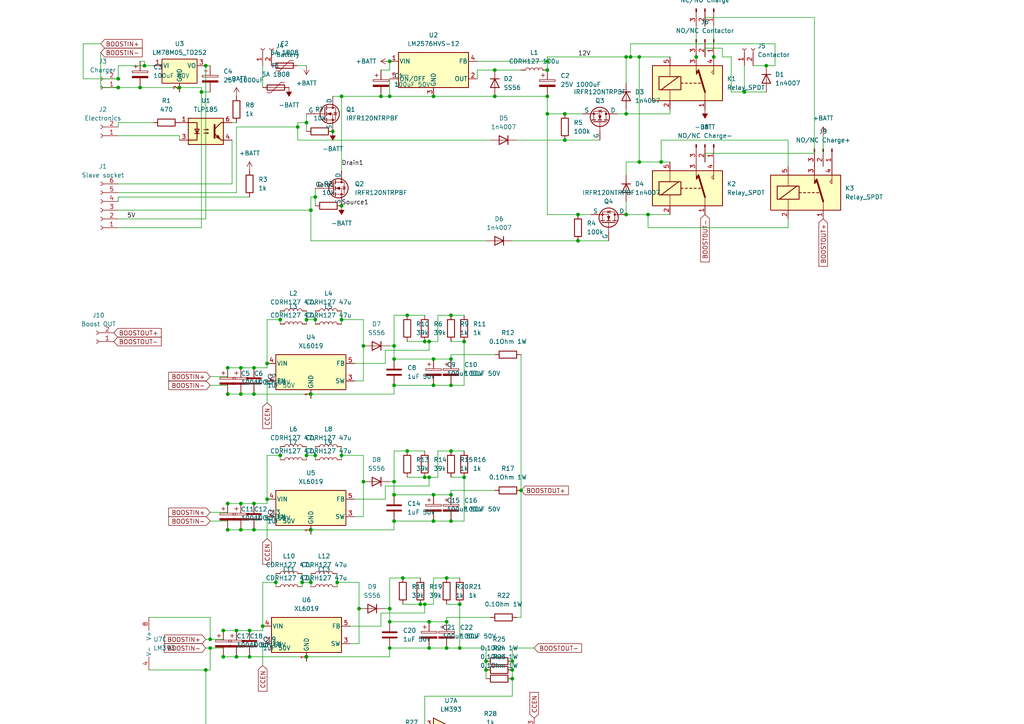
<source format=kicad_sch>
(kicad_sch (version 20230121) (generator eeschema)
  (paper "A4")
  (junction (at 90.17 114.3))
  (junction (at 90.17 60.96))
  (junction (at 104.14 176.53))
  (junction (at 99.06 59.69))
  (junction (at 90.17 168.91))
  (junction (at 113.03 176.53))
  (junction (at 64.77 190.5))
  (junction (at 129.54 187.96))
  (junction (at 158.75 27.94))
  (junction (at 66.04 106.68))
  (junction (at 130.81 111.76))
  (junction (at 81.28 92.71))
  (junction (at 114.3 104.14))
  (junction (at 125.73 27.94))
  (junction (at 59.69 19.05))
  (junction (at 130.81 104.14))
  (junction (at 69.85 114.3))
  (junction (at 72.39 182.88))
  (junction (at 123.19 175.26))
  (junction (at 88.9 190.5))
  (junction (at 59.69 194.31))
  (junction (at 201.93 16.51))
  (junction (at 69.85 153.67))
  (junction (at 66.04 114.3))
  (junction (at 88.9 132.08))
  (junction (at 66.04 146.05))
  (junction (at 125.73 151.13))
  (junction (at 80.01 168.91))
  (junction (at 113.03 187.96))
  (junction (at 60.96 185.42))
  (junction (at 181.61 16.51))
  (junction (at 125.73 111.76))
  (junction (at 69.85 106.68))
  (junction (at 77.47 105.41))
  (junction (at 163.83 40.64))
  (junction (at 118.11 130.81))
  (junction (at 130.81 130.81))
  (junction (at 58.42 26.67))
  (junction (at 181.61 33.02))
  (junction (at 215.9 26.67))
  (junction (at 114.3 143.51))
  (junction (at 73.66 106.68))
  (junction (at 91.44 132.08))
  (junction (at 87.63 168.91))
  (junction (at 68.58 190.5))
  (junction (at 222.25 19.05))
  (junction (at 73.66 146.05))
  (junction (at 69.85 146.05))
  (junction (at 116.84 167.64))
  (junction (at 113.03 180.34))
  (junction (at 207.01 16.51))
  (junction (at 113.03 27.94))
  (junction (at 129.54 167.64))
  (junction (at 113.03 17.78))
  (junction (at 123.19 138.43))
  (junction (at 158.75 33.02))
  (junction (at 133.35 187.96))
  (junction (at 68.58 182.88))
  (junction (at 163.83 33.02))
  (junction (at 91.44 57.15))
  (junction (at 143.51 27.94))
  (junction (at 34.29 25.4))
  (junction (at 134.62 99.06))
  (junction (at 140.97 194.31))
  (junction (at 121.92 175.26))
  (junction (at 125.73 143.51))
  (junction (at 99.06 132.08))
  (junction (at 96.52 38.1))
  (junction (at 187.96 62.23))
  (junction (at 114.3 100.33))
  (junction (at 91.44 92.71))
  (junction (at 182.88 16.51))
  (junction (at 123.19 215.9))
  (junction (at 52.07 25.4))
  (junction (at 158.75 17.78))
  (junction (at 151.13 142.24))
  (junction (at 143.51 20.32))
  (junction (at 72.39 190.5))
  (junction (at 64.77 182.88))
  (junction (at 81.28 132.08))
  (junction (at 133.35 175.26))
  (junction (at 88.9 92.71))
  (junction (at 73.66 153.67))
  (junction (at 76.2 181.61))
  (junction (at 167.64 69.85))
  (junction (at 105.41 100.33))
  (junction (at 123.19 99.06))
  (junction (at 60.96 187.96))
  (junction (at 114.3 111.76))
  (junction (at 73.66 114.3))
  (junction (at 140.97 191.77))
  (junction (at 118.11 91.44))
  (junction (at 97.79 168.91))
  (junction (at 167.64 62.23))
  (junction (at 148.59 194.31))
  (junction (at 129.54 180.34))
  (junction (at 130.81 91.44))
  (junction (at 114.3 151.13))
  (junction (at 105.41 139.7))
  (junction (at 123.19 223.52))
  (junction (at 86.36 36.83))
  (junction (at 77.47 144.78))
  (junction (at 158.75 20.32))
  (junction (at 88.9 35.56))
  (junction (at 41.91 19.05))
  (junction (at 130.81 151.13))
  (junction (at 185.42 46.99))
  (junction (at 134.62 138.43))
  (junction (at 191.77 46.99))
  (junction (at 66.04 153.67))
  (junction (at 181.61 62.23))
  (junction (at 99.06 27.94))
  (junction (at 124.46 187.96))
  (junction (at 124.46 99.06))
  (junction (at 34.29 22.86))
  (junction (at 185.42 16.51))
  (junction (at 110.49 27.94))
  (junction (at 90.17 153.67))
  (junction (at 148.59 191.77))
  (junction (at 124.46 138.43))
  (junction (at 114.3 139.7))
  (junction (at 99.06 92.71))
  (junction (at 40.64 25.4))
  (junction (at 130.81 143.51))
  (junction (at 125.73 104.14))
  (junction (at 148.59 196.85))
  (junction (at 124.46 180.34))
  (wire (pts (xy 151.13 102.87) (xy 151.13 142.24)))
  (wire (pts (xy 64.77 187.96) (xy 64.77 190.5)))
  (wire (pts (xy 66.04 106.68) (xy 69.85 106.68)))
  (wire (pts (xy 127 91.44) (xy 130.81 91.44)))
  (wire (pts (xy 105.41 100.33) (xy 105.41 92.71)))
  (wire (pts (xy 99.06 90.17) (xy 99.06 92.71)))
  (wire (pts (xy 91.44 92.71) (xy 91.44 93.98)))
  (wire (pts (xy 121.92 167.64) (xy 116.84 167.64)))
  (wire (pts (xy 88.9 92.71) (xy 88.9 93.98)))
  (wire (pts (xy 66.04 114.3) (xy 69.85 114.3)))
  (wire (pts (xy 34.29 53.34) (xy 67.31 53.34)))
  (wire (pts (xy 181.61 16.51) (xy 182.88 16.51)))
  (wire (pts (xy 67.31 53.34) (xy 67.31 40.64)))
  (wire (pts (xy 138.43 20.32) (xy 138.43 22.86)))
  (wire (pts (xy 127 138.43) (xy 127 130.81)))
  (wire (pts (xy 123.19 175.26) (xy 125.73 175.26)))
  (wire (pts (xy 204.47 13.97) (xy 204.47 16.51)))
  (wire (pts (xy 182.88 12.7) (xy 182.88 16.51)))
  (wire (pts (xy 163.83 33.02) (xy 158.75 33.02)))
  (wire (pts (xy 73.66 114.3) (xy 90.17 114.3)))
  (wire (pts (xy 127 130.81) (xy 130.81 130.81)))
  (wire (pts (xy 34.29 57.15) (xy 34.29 58.42)))
  (wire (pts (xy 91.44 57.15) (xy 91.44 59.69)))
  (wire (pts (xy 130.81 142.24) (xy 130.81 143.51)))
  (wire (pts (xy 215.9 26.67) (xy 222.25 26.67)))
  (wire (pts (xy 76.2 168.91) (xy 76.2 181.61)))
  (wire (pts (xy 101.6 181.61) (xy 110.49 181.61)))
  (wire (pts (xy 148.59 194.31) (xy 148.59 196.85)))
  (wire (pts (xy 114.3 111.76) (xy 125.73 111.76)))
  (wire (pts (xy 34.29 19.05) (xy 34.29 22.86)))
  (wire (pts (xy 102.87 110.49) (xy 105.41 110.49)))
  (wire (pts (xy 104.14 168.91) (xy 97.79 168.91)))
  (wire (pts (xy 60.96 185.42) (xy 64.77 185.42)))
  (wire (pts (xy 113.03 187.96) (xy 113.03 190.5)))
  (wire (pts (xy 142.24 179.07) (xy 129.54 179.07)))
  (wire (pts (xy 90.17 57.15) (xy 90.17 60.96)))
  (wire (pts (xy 68.58 190.5) (xy 72.39 190.5)))
  (wire (pts (xy 64.77 182.88) (xy 68.58 182.88)))
  (wire (pts (xy 87.63 168.91) (xy 87.63 170.18)))
  (wire (pts (xy 181.61 50.8) (xy 181.61 46.99)))
  (wire (pts (xy 76.2 25.4) (xy 76.2 19.05)))
  (wire (pts (xy 133.35 187.96) (xy 129.54 187.96)))
  (wire (pts (xy 113.03 187.96) (xy 124.46 187.96)))
  (wire (pts (xy 125.73 104.14) (xy 130.81 104.14)))
  (wire (pts (xy 228.6 66.04) (xy 187.96 66.04)))
  (wire (pts (xy 207.01 7.62) (xy 207.01 16.51)))
  (wire (pts (xy 34.29 35.56) (xy 34.29 36.83)))
  (wire (pts (xy 113.03 180.34) (xy 124.46 180.34)))
  (wire (pts (xy 77.47 132.08) (xy 77.47 144.78)))
  (wire (pts (xy 138.43 17.78) (xy 158.75 17.78)))
  (wire (pts (xy 125.73 143.51) (xy 130.81 143.51)))
  (wire (pts (xy 88.9 35.56) (xy 88.9 38.1)))
  (wire (pts (xy 114.3 151.13) (xy 114.3 153.67)))
  (wire (pts (xy 52.07 39.37) (xy 52.07 40.64)))
  (wire (pts (xy 123.19 201.93) (xy 148.59 201.93)))
  (wire (pts (xy 80.01 168.91) (xy 76.2 168.91)))
  (wire (pts (xy 59.69 194.31) (xy 60.96 194.31)))
  (wire (pts (xy 52.07 25.4) (xy 52.07 26.67)))
  (wire (pts (xy 171.45 62.23) (xy 167.64 62.23)))
  (wire (pts (xy 91.44 132.08) (xy 91.44 133.35)))
  (wire (pts (xy 40.64 17.78) (xy 41.91 17.78)))
  (wire (pts (xy 88.9 132.08) (xy 88.9 133.35)))
  (wire (pts (xy 81.28 132.08) (xy 77.47 132.08)))
  (wire (pts (xy 113.03 20.32) (xy 113.03 17.78)))
  (wire (pts (xy 114.3 100.33) (xy 114.3 104.14)))
  (wire (pts (xy 105.41 92.71) (xy 99.06 92.71)))
  (wire (pts (xy 140.97 194.31) (xy 140.97 196.85)))
  (wire (pts (xy 59.69 19.05) (xy 59.69 63.5)))
  (wire (pts (xy 151.13 142.24) (xy 151.13 179.07)))
  (wire (pts (xy 154.94 187.96) (xy 148.59 187.96)))
  (wire (pts (xy 148.59 69.85) (xy 167.64 69.85)))
  (wire (pts (xy 118.11 138.43) (xy 123.19 138.43)))
  (wire (pts (xy 212.09 16.51) (xy 209.55 16.51)))
  (wire (pts (xy 114.3 139.7) (xy 114.3 143.51)))
  (wire (pts (xy 111.76 140.97) (xy 124.46 140.97)))
  (wire (pts (xy 181.61 33.02) (xy 194.31 33.02)))
  (wire (pts (xy 66.04 148.59) (xy 66.04 146.05)))
  (wire (pts (xy 66.04 151.13) (xy 66.04 153.67)))
  (wire (pts (xy 125.73 151.13) (xy 130.81 151.13)))
  (wire (pts (xy 113.03 176.53) (xy 113.03 180.34)))
  (wire (pts (xy 124.46 99.06) (xy 127 99.06)))
  (wire (pts (xy 158.75 27.94) (xy 158.75 33.02)))
  (wire (pts (xy 66.04 153.67) (xy 69.85 153.67)))
  (wire (pts (xy 118.11 91.44) (xy 114.3 91.44)))
  (wire (pts (xy 116.84 167.64) (xy 113.03 167.64)))
  (wire (pts (xy 130.81 91.44) (xy 134.62 91.44)))
  (wire (pts (xy 194.31 16.51) (xy 185.42 16.51)))
  (wire (pts (xy 222.25 19.05) (xy 218.44 19.05)))
  (wire (pts (xy 77.47 105.41) (xy 77.47 106.68)))
  (wire (pts (xy 90.17 153.67) (xy 114.3 153.67)))
  (wire (pts (xy 143.51 20.32) (xy 138.43 20.32)))
  (wire (pts (xy 97.79 166.37) (xy 97.79 168.91)))
  (wire (pts (xy 41.91 17.78) (xy 41.91 19.05)))
  (wire (pts (xy 129.54 179.07) (xy 129.54 180.34)))
  (wire (pts (xy 80.01 168.91) (xy 80.01 170.18)))
  (wire (pts (xy 118.11 130.81) (xy 114.3 130.81)))
  (wire (pts (xy 228.6 63.5) (xy 228.6 66.04)))
  (wire (pts (xy 24.13 12.7) (xy 24.13 22.86)))
  (wire (pts (xy 105.41 132.08) (xy 99.06 132.08)))
  (wire (pts (xy 130.81 99.06) (xy 134.62 99.06)))
  (wire (pts (xy 149.86 40.64) (xy 163.83 40.64)))
  (wire (pts (xy 114.3 143.51) (xy 125.73 143.51)))
  (wire (pts (xy 97.79 168.91) (xy 97.79 170.18)))
  (wire (pts (xy 134.62 99.06) (xy 134.62 111.76)))
  (wire (pts (xy 81.28 129.54) (xy 81.28 132.08)))
  (wire (pts (xy 101.6 186.69) (xy 104.14 186.69)))
  (wire (pts (xy 43.18 179.07) (xy 60.96 179.07)))
  (wire (pts (xy 104.14 176.53) (xy 104.14 168.91)))
  (wire (pts (xy 105.41 149.86) (xy 105.41 139.7)))
  (wire (pts (xy 224.79 19.05) (xy 224.79 12.7)))
  (wire (pts (xy 60.96 194.31) (xy 60.96 187.96)))
  (wire (pts (xy 110.49 20.32) (xy 113.03 20.32)))
  (wire (pts (xy 69.85 114.3) (xy 73.66 114.3)))
  (wire (pts (xy 124.46 187.96) (xy 129.54 187.96)))
  (wire (pts (xy 59.69 223.52) (xy 59.69 194.31)))
  (wire (pts (xy 91.44 54.61) (xy 91.44 57.15)))
  (wire (pts (xy 185.42 16.51) (xy 182.88 16.51)))
  (wire (pts (xy 113.03 139.7) (xy 114.3 139.7)))
  (wire (pts (xy 87.63 166.37) (xy 87.63 168.91)))
  (wire (pts (xy 90.17 60.96) (xy 90.17 69.85)))
  (wire (pts (xy 228.6 40.64) (xy 191.77 40.64)))
  (wire (pts (xy 60.96 26.67) (xy 58.42 26.67)))
  (wire (pts (xy 60.96 151.13) (xy 66.04 151.13)))
  (wire (pts (xy 111.76 144.78) (xy 111.76 140.97)))
  (wire (pts (xy 69.85 153.67) (xy 73.66 153.67)))
  (wire (pts (xy 64.77 185.42) (xy 64.77 182.88)))
  (wire (pts (xy 88.9 92.71) (xy 91.44 92.71)))
  (wire (pts (xy 118.11 99.06) (xy 123.19 99.06)))
  (wire (pts (xy 134.62 111.76) (xy 130.81 111.76)))
  (wire (pts (xy 73.66 146.05) (xy 77.47 146.05)))
  (wire (pts (xy 34.29 25.4) (xy 40.64 25.4)))
  (wire (pts (xy 130.81 102.87) (xy 130.81 104.14)))
  (wire (pts (xy 66.04 111.76) (xy 66.04 114.3)))
  (wire (pts (xy 167.64 69.85) (xy 176.53 69.85)))
  (wire (pts (xy 143.51 27.94) (xy 158.75 27.94)))
  (wire (pts (xy 191.77 40.64) (xy 191.77 46.99)))
  (wire (pts (xy 148.59 191.77) (xy 148.59 194.31)))
  (wire (pts (xy 134.62 138.43) (xy 134.62 151.13)))
  (wire (pts (xy 123.19 99.06) (xy 124.46 99.06)))
  (wire (pts (xy 181.61 46.99) (xy 185.42 46.99)))
  (wire (pts (xy 158.75 17.78) (xy 158.75 20.32)))
  (wire (pts (xy 154.94 223.52) (xy 123.19 223.52)))
  (wire (pts (xy 102.87 149.86) (xy 105.41 149.86)))
  (wire (pts (xy 124.46 180.34) (xy 129.54 180.34)))
  (wire (pts (xy 191.77 46.99) (xy 194.31 46.99)))
  (wire (pts (xy 110.49 177.8) (xy 123.19 177.8)))
  (wire (pts (xy 125.73 167.64) (xy 129.54 167.64)))
  (wire (pts (xy 181.61 31.75) (xy 181.61 33.02)))
  (wire (pts (xy 60.96 148.59) (xy 66.04 148.59)))
  (wire (pts (xy 158.75 33.02) (xy 158.75 62.23)))
  (wire (pts (xy 44.45 19.05) (xy 41.91 19.05)))
  (wire (pts (xy 168.91 33.02) (xy 163.83 33.02)))
  (wire (pts (xy 96.52 27.94) (xy 99.06 27.94)))
  (wire (pts (xy 114.3 111.76) (xy 114.3 114.3)))
  (wire (pts (xy 90.17 69.85) (xy 140.97 69.85)))
  (wire (pts (xy 129.54 175.26) (xy 133.35 175.26)))
  (wire (pts (xy 130.81 130.81) (xy 134.62 130.81)))
  (wire (pts (xy 88.9 33.02) (xy 88.9 35.56)))
  (wire (pts (xy 104.14 186.69) (xy 104.14 176.53)))
  (wire (pts (xy 113.03 22.86) (xy 113.03 27.94)))
  (wire (pts (xy 194.31 33.02) (xy 194.31 31.75)))
  (wire (pts (xy 77.47 149.86) (xy 77.47 156.21)))
  (wire (pts (xy 90.17 166.37) (xy 90.17 168.91)))
  (wire (pts (xy 86.36 40.64) (xy 86.36 36.83)))
  (wire (pts (xy 58.42 25.4) (xy 52.07 25.4)))
  (wire (pts (xy 77.47 144.78) (xy 77.47 146.05)))
  (wire (pts (xy 204.47 46.99) (xy 204.47 44.45)))
  (wire (pts (xy 143.51 102.87) (xy 130.81 102.87)))
  (wire (pts (xy 110.49 181.61) (xy 110.49 177.8)))
  (wire (pts (xy 88.9 190.5) (xy 113.03 190.5)))
  (wire (pts (xy 124.46 101.6) (xy 124.46 99.06)))
  (wire (pts (xy 185.42 16.51) (xy 185.42 46.99)))
  (wire (pts (xy 81.28 92.71) (xy 81.28 93.98)))
  (wire (pts (xy 158.75 16.51) (xy 181.61 16.51)))
  (wire (pts (xy 90.17 57.15) (xy 91.44 57.15)))
  (wire (pts (xy 76.2 181.61) (xy 76.2 182.88)))
  (wire (pts (xy 125.73 175.26) (xy 125.73 167.64)))
  (wire (pts (xy 113.03 27.94) (xy 110.49 27.94)))
  (wire (pts (xy 73.66 153.67) (xy 90.17 153.67)))
  (wire (pts (xy 146.05 213.36) (xy 147.32 213.36)))
  (wire (pts (xy 187.96 62.23) (xy 194.31 62.23)))
  (wire (pts (xy 236.22 44.45) (xy 236.22 5.08)))
  (wire (pts (xy 34.29 60.96) (xy 90.17 60.96)))
  (wire (pts (xy 69.85 106.68) (xy 73.66 106.68)))
  (wire (pts (xy 201.93 7.62) (xy 201.93 16.51)))
  (wire (pts (xy 133.35 175.26) (xy 133.35 187.96)))
  (wire (pts (xy 209.55 16.51) (xy 209.55 13.97)))
  (wire (pts (xy 228.6 48.26) (xy 228.6 40.64)))
  (wire (pts (xy 123.19 91.44) (xy 118.11 91.44)))
  (wire (pts (xy 127 99.06) (xy 127 91.44)))
  (wire (pts (xy 148.59 196.85) (xy 148.59 201.93)))
  (wire (pts (xy 77.47 110.49) (xy 77.47 116.84)))
  (wire (pts (xy 91.44 90.17) (xy 91.44 92.71)))
  (wire (pts (xy 113.03 167.64) (xy 113.03 176.53)))
  (wire (pts (xy 123.19 177.8) (xy 123.19 175.26)))
  (wire (pts (xy 99.06 27.94) (xy 110.49 27.94)))
  (wire (pts (xy 59.69 187.96) (xy 60.96 187.96)))
  (wire (pts (xy 66.04 146.05) (xy 69.85 146.05)))
  (wire (pts (xy 91.44 129.54) (xy 91.44 132.08)))
  (wire (pts (xy 29.21 12.7) (xy 24.13 12.7)))
  (wire (pts (xy 88.9 129.54) (xy 88.9 132.08)))
  (wire (pts (xy 86.36 40.64) (xy 142.24 40.64)))
  (wire (pts (xy 236.22 5.08) (xy 204.47 5.08)))
  (wire (pts (xy 123.19 223.52) (xy 59.69 223.52)))
  (wire (pts (xy 43.18 194.31) (xy 59.69 194.31)))
  (wire (pts (xy 81.28 92.71) (xy 77.47 92.71)))
  (wire (pts (xy 88.9 90.17) (xy 88.9 92.71)))
  (wire (pts (xy 68.58 182.88) (xy 72.39 182.88)))
  (wire (pts (xy 222.25 19.05) (xy 224.79 19.05)))
  (wire (pts (xy 134.62 151.13) (xy 130.81 151.13)))
  (wire (pts (xy 29.21 15.24) (xy 29.21 25.4)))
  (wire (pts (xy 204.47 44.45) (xy 236.22 44.45)))
  (wire (pts (xy 140.97 187.96) (xy 140.97 191.77)))
  (wire (pts (xy 114.3 151.13) (xy 125.73 151.13)))
  (wire (pts (xy 60.96 111.76) (xy 66.04 111.76)))
  (wire (pts (xy 215.9 19.05) (xy 215.9 26.67)))
  (wire (pts (xy 212.09 26.67) (xy 215.9 26.67)))
  (wire (pts (xy 88.9 190.5) (xy 88.9 191.77)))
  (wire (pts (xy 163.83 40.64) (xy 173.99 40.64)))
  (wire (pts (xy 187.96 66.04) (xy 187.96 62.23)))
  (wire (pts (xy 121.92 175.26) (xy 123.19 175.26)))
  (wire (pts (xy 151.13 179.07) (xy 149.86 179.07)))
  (wire (pts (xy 111.76 105.41) (xy 111.76 101.6)))
  (wire (pts (xy 72.39 182.88) (xy 76.2 182.88)))
  (wire (pts (xy 113.03 100.33) (xy 114.3 100.33)))
  (wire (pts (xy 209.55 13.97) (xy 204.47 13.97)))
  (wire (pts (xy 114.3 104.14) (xy 125.73 104.14)))
  (wire (pts (xy 114.3 130.81) (xy 114.3 139.7)))
  (wire (pts (xy 80.01 166.37) (xy 80.01 168.91)))
  (wire (pts (xy 72.39 190.5) (xy 88.9 190.5)))
  (wire (pts (xy 148.59 187.96) (xy 148.59 191.77)))
  (wire (pts (xy 185.42 46.99) (xy 191.77 46.99)))
  (wire (pts (xy 123.19 210.82) (xy 123.19 201.93)))
  (wire (pts (xy 68.58 55.88) (xy 68.58 36.83)))
  (wire (pts (xy 60.96 187.96) (xy 64.77 187.96)))
  (wire (pts (xy 99.06 129.54) (xy 99.06 132.08)))
  (wire (pts (xy 102.87 144.78) (xy 111.76 144.78)))
  (wire (pts (xy 86.36 19.05) (xy 88.9 19.05)))
  (wire (pts (xy 88.9 132.08) (xy 91.44 132.08)))
  (wire (pts (xy 73.66 106.68) (xy 77.47 106.68)))
  (wire (pts (xy 64.77 190.5) (xy 68.58 190.5)))
  (wire (pts (xy 59.69 63.5) (xy 34.29 63.5)))
  (wire (pts (xy 154.94 218.44) (xy 154.94 223.52)))
  (wire (pts (xy 29.21 25.4) (xy 34.29 25.4)))
  (wire (pts (xy 67.31 35.56) (xy 68.58 35.56)))
  (wire (pts (xy 125.73 111.76) (xy 130.81 111.76)))
  (wire (pts (xy 124.46 140.97) (xy 124.46 138.43)))
  (wire (pts (xy 114.3 91.44) (xy 114.3 100.33)))
  (wire (pts (xy 68.58 36.83) (xy 86.36 36.83)))
  (wire (pts (xy 125.73 27.94) (xy 143.51 27.94)))
  (wire (pts (xy 86.36 36.83) (xy 86.36 35.56)))
  (wire (pts (xy 102.87 105.41) (xy 111.76 105.41)))
  (wire (pts (xy 167.64 62.23) (xy 158.75 62.23)))
  (wire (pts (xy 140.97 191.77) (xy 140.97 194.31)))
  (wire (pts (xy 86.36 35.56) (xy 88.9 35.56)))
  (wire (pts (xy 133.35 187.96) (xy 140.97 187.96)))
  (wire (pts (xy 143.51 142.24) (xy 130.81 142.24)))
  (wire (pts (xy 34.29 66.04) (xy 58.42 66.04)))
  (wire (pts (xy 99.06 92.71) (xy 99.06 93.98)))
  (wire (pts (xy 90.17 153.67) (xy 90.17 154.94)))
  (wire (pts (xy 105.41 110.49) (xy 105.41 100.33)))
  (wire (pts (xy 90.17 114.3) (xy 90.17 115.57)))
  (wire (pts (xy 24.13 22.86) (xy 34.29 22.86)))
  (wire (pts (xy 60.96 109.22) (xy 66.04 109.22)))
  (wire (pts (xy 90.17 114.3) (xy 114.3 114.3)))
  (wire (pts (xy 77.47 92.71) (xy 77.47 105.41)))
  (wire (pts (xy 105.41 139.7) (xy 105.41 132.08)))
  (wire (pts (xy 66.04 109.22) (xy 66.04 106.68)))
  (wire (pts (xy 130.81 138.43) (xy 134.62 138.43)))
  (wire (pts (xy 238.76 39.37) (xy 238.76 48.26)))
  (wire (pts (xy 41.91 19.05) (xy 34.29 19.05)))
  (wire (pts (xy 204.47 5.08) (xy 204.47 7.62)))
  (wire (pts (xy 60.96 179.07) (xy 60.96 185.42)))
  (wire (pts (xy 58.42 26.67) (xy 58.42 66.04)))
  (wire (pts (xy 123.19 138.43) (xy 124.46 138.43)))
  (wire (pts (xy 59.69 19.05) (xy 60.96 19.05)))
  (wire (pts (xy 125.73 27.94) (xy 113.03 27.94)))
  (wire (pts (xy 123.19 130.81) (xy 118.11 130.81)))
  (wire (pts (xy 81.28 132.08) (xy 81.28 133.35)))
  (wire (pts (xy 158.75 16.51) (xy 158.75 17.78)))
  (wire (pts (xy 224.79 12.7) (xy 182.88 12.7)))
  (wire (pts (xy 76.2 186.69) (xy 76.2 193.04)))
  (wire (pts (xy 87.63 168.91) (xy 90.17 168.91)))
  (wire (pts (xy 44.45 35.56) (xy 34.29 35.56)))
  (wire (pts (xy 81.28 90.17) (xy 81.28 92.71)))
  (wire (pts (xy 69.85 146.05) (xy 73.66 146.05)))
  (wire (pts (xy 179.07 33.02) (xy 181.61 33.02)))
  (wire (pts (xy 58.42 25.4) (xy 58.42 26.67)))
  (wire (pts (xy 34.29 55.88) (xy 68.58 55.88)))
  (wire (pts (xy 116.84 175.26) (xy 121.92 175.26)))
  (wire (pts (xy 40.64 25.4) (xy 52.07 25.4)))
  (wire (pts (xy 99.06 132.08) (xy 99.06 133.35)))
  (wire (pts (xy 90.17 168.91) (xy 90.17 170.18)))
  (wire (pts (xy 129.54 167.64) (xy 133.35 167.64)))
  (wire (pts (xy 181.61 16.51) (xy 181.61 24.13)))
  (wire (pts (xy 212.09 16.51) (xy 212.09 26.67)))
  (wire (pts (xy 181.61 58.42) (xy 181.61 62.23)))
  (wire (pts (xy 124.46 138.43) (xy 127 138.43)))
  (wire (pts (xy 34.29 39.37) (xy 52.07 39.37)))
  (wire (pts (xy 143.51 20.32) (xy 151.13 20.32)))
  (wire (pts (xy 181.61 62.23) (xy 187.96 62.23)))
  (wire (pts (xy 113.03 17.78) (xy 114.3 17.78)))
  (wire (pts (xy 34.29 57.15) (xy 72.39 57.15)))
  (wire (pts (xy 99.06 49.53) (xy 99.06 27.94)))
  (wire (pts (xy 111.76 101.6) (xy 124.46 101.6)))
  (wire (pts (xy 111.76 176.53) (xy 113.03 176.53)))
  (wire (pts (xy 59.69 185.42) (xy 60.96 185.42)))
  (label "Drain1" (at 99.06 48.26 0))
  (label "5V" (at 36.83 63.5 0))
  (label "Gate1" (at 91.44 54.61 0))
  (label "12V" (at 167.64 16.51 0))
  (label "Source1" (at 99.06 59.69 0))
  (label "5V" (at 115.57 215.9 0))
  (global_label "CCEN" (shape input) (at 77.47 116.84 270) (property "Intersheetrefs" "${INTERSHEET_REFS}" (effects hide)))
  (global_label "BOOSTIN-" (shape input) (at 29.21 15.24 0) (property "Intersheetrefs" "${INTERSHEET_REFS}" (effects hide)))
  (global_label "BOOSTIN+" (shape input) (at 60.96 109.22 180) (property "Intersheetrefs" "${INTERSHEET_REFS}" (effects hide)))
  (global_label "CCEN" (shape input) (at 76.2 193.04 270) (property "Intersheetrefs" "${INTERSHEET_REFS}" (effects hide)))
  (global_label "BOOSTOUT+" (shape input) (at 151.13 142.24 0) (property "Intersheetrefs" "${INTERSHEET_REFS}" (effects hide)))
  (global_label "BOOSTOUT+" (shape input) (at 33.02 96.52 0) (property "Intersheetrefs" "${INTERSHEET_REFS}" (effects hide)))
  (global_label "BOOSTIN-" (shape input) (at 59.69 187.96 180) (property "Intersheetrefs" "${INTERSHEET_REFS}" (effects hide)))
  (global_label "BOOSTIN+" (shape input) (at 59.69 185.42 180) (property "Intersheetrefs" "${INTERSHEET_REFS}" (effects hide)))
  (global_label "BOOSTOUT-" (shape input) (at 204.47 62.23 270) (property "Intersheetrefs" "${INTERSHEET_REFS}" (effects hide)))
  (global_label "CCEN" (shape input) (at 77.47 156.21 270) (property "Intersheetrefs" "${INTERSHEET_REFS}" (effects hide)))
  (global_label "BOOSTIN-" (shape input) (at 60.96 111.76 180) (property "Intersheetrefs" "${INTERSHEET_REFS}" (effects hide)))
  (global_label "BOOSTIN+" (shape input) (at 29.21 12.7 0) (property "Intersheetrefs" "${INTERSHEET_REFS}" (effects hide)))
  (global_label "BOOSTOUT-" (shape input) (at 154.94 187.96 0) (property "Intersheetrefs" "${INTERSHEET_REFS}" (effects hide)))
  (global_label "CCEN" (shape input) (at 154.94 208.28 90) (property "Intersheetrefs" "${INTERSHEET_REFS}" (effects hide)))
  (global_label "BOOSTIN-" (shape input) (at 60.96 151.13 180) (property "Intersheetrefs" "${INTERSHEET_REFS}" (effects hide)))
  (global_label "BOOSTOUT-" (shape input) (at 33.02 99.06 0) (property "Intersheetrefs" "${INTERSHEET_REFS}" (effects hide)))
  (global_label "BOOSTIN+" (shape input) (at 60.96 148.59 180) (property "Intersheetrefs" "${INTERSHEET_REFS}" (effects hide)))
  (global_label "BOOSTOUT+" (shape input) (at 238.76 63.5 270) (property "Intersheetrefs" "${INTERSHEET_REFS}" (effects hide)))
  (symbol (lib_id "Device:R") (at 144.78 191.77 90) (unit 1)
    (property "Reference" "R25" (at 144.78 185.42 90))
    (property "Value" "0.1Ohm 1W" (at 144.78 187.96 90))
    (property "Footprint" "Resistor_SMD:R_2512_6332Metric_Pad1.40x3.35mm_HandSolder" (effects hide))
  )
  (symbol (lib_id "power:+BATT") (at 113.03 17.78 90) (unit 1)
    (property "Reference" "#PWR03" (effects hide))
    (property "Value" "+BATT" (at 109.22 17.78 90) (effects (justify left)))
  )
  (symbol (lib_id "Device:R") (at 134.62 134.62 0) (unit 1)
    (property "Reference" "R16" (at 137.16 133.35 0) (effects (justify left)))
    (property "Value" "1k" (at 137.16 135.89 0) (effects (justify left)))
    (property "Footprint" "Resistor_SMD:R_0805_2012Metric_Pad1.20x1.40mm_HandSolder" (effects hide))
  )
  (symbol (lib_id "Simulation_SPICE:NMOS") (at 176.53 64.77 270) (mirror x) (unit 1)
    (property "Reference" "Q4" (at 176.53 58.42 90))
    (property "Value" "IRFR120NTRPBF" (at 176.53 55.88 90))
    (property "Footprint" "Package_TO_SOT_SMD:TO-252-2" (effects hide))
    (property "Datasheet" "https://ngspice.sourceforge.io/docs/ngspice-manual.pdf" (effects hide))
    (property "Sim.Device" "NMOS" (effects hide))
    (property "Sim.Type" "VDMOS" (effects hide))
    (property "Sim.Pins" "1=D 2=G 3=S" (effects hide))
  )
  (symbol (lib_id "Device:D") (at 181.61 27.94 270) (unit 1)
    (property "Reference" "D3" (at 184.15 26.67 90) (effects (justify left)))
    (property "Value" "1n4007" (at 184.15 29.21 90) (effects (justify left)))
    (property "Footprint" "Diode_SMD:D_SMA" (effects hide))
    (property "Sim.Device" "D" (effects hide))
    (property "Sim.Pins" "1=K 2=A" (effects hide))
  )
  (symbol (lib_id "Device:C_Polarized") (at 130.81 147.32 0) (unit 1)
    (property "Reference" "C16" (at 134.62 145.161 0) (effects (justify left)))
    (property "Value" "100uF 50V" (at 134.62 147.701 0) (effects (justify left)))
    (property "Footprint" "Capacitor_SMD:CP_Elec_8x10.5" (effects hide))
  )
  (symbol (lib_id "Device:C_Polarized") (at 130.81 107.95 0) (unit 1)
    (property "Reference" "C10" (at 134.62 105.791 0) (effects (justify left)))
    (property "Value" "100uF 50V" (at 134.62 108.331 0) (effects (justify left)))
    (property "Footprint" "Capacitor_SMD:CP_Elec_8x10.5" (effects hide))
  )
  (symbol (lib_id "Device:R") (at 146.05 179.07 90) (unit 1)
    (property "Reference" "R22" (at 146.05 172.72 90))
    (property "Value" "0.1Ohm 1W" (at 146.05 175.26 90))
    (property "Footprint" "Resistor_SMD:R_2512_6332Metric_Pad1.40x3.35mm_HandSolder" (effects hide))
  )
  (symbol (lib_id "power:+BATT") (at 238.76 39.37 0) (unit 1)
    (property "Reference" "#PWR06" (effects hide))
    (property "Value" "+BATT" (at 238.76 34.29 0))
  )
  (symbol (lib_id "Device:C_Polarized") (at 66.04 110.49 0) (unit 1)
    (property "Reference" "C5" (at 69.85 108.331 0) (effects (justify left)))
    (property "Value" "100uF 50V" (at 69.85 110.871 0) (effects (justify left)))
    (property "Footprint" "Capacitor_SMD:CP_Elec_8x10.5" (effects hide))
  )
  (symbol (lib_id "Relay:Relay_SPDT") (at 199.39 24.13 0) (unit 1)
    (property "Reference" "K1" (at 210.82 22.86 0) (effects (justify left)))
    (property "Value" "Relay_SPDT" (at 210.82 25.4 0) (effects (justify left)))
    (property "Footprint" "Relay_THT:Relay_SPDT_Omron-G5LE-1" (effects hide))
  )
  (symbol (lib_id "Device:R") (at 133.35 171.45 0) (unit 1)
    (property "Reference" "R21" (at 135.89 170.18 0) (effects (justify left)))
    (property "Value" "1k" (at 135.89 172.72 0) (effects (justify left)))
    (property "Footprint" "Resistor_SMD:R_0805_2012Metric_Pad1.20x1.40mm_HandSolder" (effects hide))
  )
  (symbol (lib_id "Device:L") (at 85.09 129.54 90) (unit 1)
    (property "Reference" "L6" (at 85.09 124.46 90))
    (property "Value" "CDRH127 47u" (at 85.09 127 90))
    (property "Footprint" "Inductor_SMD:L_12x12mm_H8mm" (effects hide))
  )
  (symbol (lib_id "Relay:Relay_SPDT") (at 233.68 55.88 0) (unit 1)
    (property "Reference" "K3" (at 245.11 54.61 0) (effects (justify left)))
    (property "Value" "Relay_SPDT" (at 245.11 57.15 0) (effects (justify left)))
    (property "Footprint" "Relay_THT:Relay_SPDT_Omron-G5LE-1" (effects hide))
  )
  (symbol (lib_id "Device:Polyfuse") (at 82.55 19.05 90) (unit 1)
    (property "Reference" "F2" (at 82.55 12.7 90))
    (property "Value" "5A 1808" (at 82.55 15.24 90))
    (property "Footprint" "Resistor_SMD:R_1812_4532Metric_Pad1.30x3.40mm_HandSolder" (effects hide))
  )
  (symbol (lib_id "Device:L") (at 83.82 170.18 90) (unit 1)
    (property "Reference" "L11" (at 83.82 165.1 90))
    (property "Value" "CDRH127 47u" (at 83.82 167.64 90))
    (property "Footprint" "Inductor_SMD:L_12x12mm_H8mm" (effects hide))
  )
  (symbol (lib_id "Comparator:LM393") (at 130.81 213.36 0) (unit 1)
    (property "Reference" "U7" (at 130.81 203.2 0))
    (property "Value" "LM393" (at 130.81 205.74 0))
    (property "Footprint" "Package_SO:SOIC-8-1EP_3.9x4.9mm_P1.27mm_EP2.29x3mm" (effects hide))
    (property "Datasheet" "http://www.ti.com/lit/ds/symlink/lm393.pdf" (effects hide))
  )
  (symbol (lib_id "Device:R") (at 167.64 66.04 0) (unit 1)
    (property "Reference" "R4" (at 170.18 64.77 0) (effects (justify left)))
    (property "Value" "100k" (at 170.18 67.31 0) (effects (justify left)))
    (property "Footprint" "Resistor_SMD:R_0805_2012Metric_Pad1.20x1.40mm_HandSolder" (effects hide))
  )
  (symbol (lib_id "Device:R") (at 144.78 196.85 90) (unit 1)
    (property "Reference" "R23" (at 144.78 190.5 90))
    (property "Value" "0.1Ohm 1W" (at 144.78 193.04 90))
    (property "Footprint" "Resistor_SMD:R_2512_6332Metric_Pad1.40x3.35mm_HandSolder" (effects hide))
  )
  (symbol (lib_id "Connector:Conn_01x02_Socket") (at 29.21 25.4 180) (unit 1)
    (property "Reference" "J3" (at 29.845 17.78 0))
    (property "Value" "Charger" (at 29.845 20.32 0))
    (property "Footprint" "Connector_Phoenix_MC_HighVoltage:PhoenixContact_MCV_1,5_2-G-5.08_1x02_P5.08mm_Vertical" (effects hide))
  )
  (symbol (lib_id "Device:R") (at 130.81 95.25 0) (unit 1)
    (property "Reference" "R9" (at 133.35 93.98 0) (effects (justify left)))
    (property "Value" "1k" (at 133.35 96.52 0) (effects (justify left)))
    (property "Footprint" "Resistor_SMD:R_0805_2012Metric_Pad1.20x1.40mm_HandSolder" (effects hide))
  )
  (symbol (lib_id "Device:C") (at 73.66 149.86 0) (unit 1)
    (property "Reference" "C13" (at 77.47 148.59 0) (effects (justify left)))
    (property "Value" "1uF 50V" (at 77.47 151.13 0) (effects (justify left)))
    (property "Footprint" "Capacitor_SMD:C_0805_2012Metric_Pad1.18x1.45mm_HandSolder" (effects hide))
  )
  (symbol (lib_id "Device:D") (at 109.22 100.33 180) (unit 1)
    (property "Reference" "D7" (at 109.22 93.98 0))
    (property "Value" "SS56" (at 109.22 96.52 0))
    (property "Footprint" "Diode_SMD:D_SMC" (effects hide))
    (property "Sim.Device" "D" (effects hide))
    (property "Sim.Pins" "1=K 2=A" (effects hide))
  )
  (symbol (lib_id "power:-BATT") (at 96.52 38.1 180) (unit 1)
    (property "Reference" "#PWR04" (effects hide))
    (property "Value" "-BATT" (at 96.52 43.18 0))
  )
  (symbol (lib_id "power:+BATT") (at 88.9 19.05 180) (unit 1)
    (property "Reference" "#PWR01" (effects hide))
    (property "Value" "+BATT" (at 88.9 24.13 0))
  )
  (symbol (lib_id "Simulation_SPICE:NMOS") (at 93.98 33.02 0) (unit 1)
    (property "Reference" "Q1" (at 100.33 31.75 0) (effects (justify left)))
    (property "Value" "IRFR120NTRPBF" (at 100.33 34.29 0) (effects (justify left)))
    (property "Footprint" "Package_TO_SOT_SMD:TO-252-2" (effects hide))
    (property "Datasheet" "https://ngspice.sourceforge.io/docs/ngspice-manual.pdf" (effects hide))
    (property "Sim.Device" "NMOS" (effects hide))
    (property "Sim.Type" "VDMOS" (effects hide))
    (property "Sim.Pins" "1=D 2=G 3=S" (effects hide))
  )
  (symbol (lib_id "Device:C") (at 73.66 110.49 0) (unit 1)
    (property "Reference" "C7" (at 77.47 109.22 0) (effects (justify left)))
    (property "Value" "1uF 50V" (at 77.47 111.76 0) (effects (justify left)))
    (property "Footprint" "Capacitor_SMD:C_0805_2012Metric_Pad1.18x1.45mm_HandSolder" (effects hide))
  )
  (symbol (lib_id "Connector:Conn_01x02_Socket") (at 76.2 13.97 90) (unit 1)
    (property "Reference" "J4" (at 80.01 13.335 90) (effects (justify right)))
    (property "Value" "Battery" (at 80.01 15.875 90) (effects (justify right)))
    (property "Footprint" "Connector_Phoenix_MC_HighVoltage:PhoenixContact_MCV_1,5_2-G-5.08_1x02_P5.08mm_Vertical" (effects hide))
  )
  (symbol (lib_id "Device:R") (at 116.84 171.45 0) (unit 1)
    (property "Reference" "R18" (at 119.38 170.18 0) (effects (justify left)))
    (property "Value" "39k" (at 119.38 172.72 0) (effects (justify left)))
    (property "Footprint" "Resistor_SMD:R_0805_2012Metric_Pad1.20x1.40mm_HandSolder" (effects hide))
  )
  (symbol (lib_id "Device:R") (at 144.78 194.31 90) (unit 1)
    (property "Reference" "R24" (at 144.78 187.96 90))
    (property "Value" "0.1Ohm 1W" (at 144.78 190.5 90))
    (property "Footprint" "Resistor_SMD:R_2512_6332Metric_Pad1.40x3.35mm_HandSolder" (effects hide))
  )
  (symbol (lib_id "Device:C_Polarized") (at 125.73 107.95 0) (unit 1)
    (property "Reference" "C9" (at 129.54 105.791 0) (effects (justify left)))
    (property "Value" "100uF 50V" (at 129.54 108.331 0) (effects (justify left)))
    (property "Footprint" "Capacitor_SMD:CP_Elec_8x10.5" (effects hide))
  )
  (symbol (lib_id "Device:C_Polarized") (at 125.73 147.32 0) (unit 1)
    (property "Reference" "C15" (at 129.54 145.161 0) (effects (justify left)))
    (property "Value" "100uF 50V" (at 129.54 147.701 0) (effects (justify left)))
    (property "Footprint" "Capacitor_SMD:CP_Elec_8x10.5" (effects hide))
  )
  (symbol (lib_id "Device:C_Polarized") (at 110.49 24.13 0) (unit 1)
    (property "Reference" "C1" (at 114.3 21.971 0) (effects (justify left)))
    (property "Value" "100uF 50V" (at 114.3 24.511 0) (effects (justify left)))
    (property "Footprint" "Capacitor_SMD:CP_Elec_8x10.5" (effects hide))
  )
  (symbol (lib_id "Device:R") (at 129.54 171.45 0) (unit 1)
    (property "Reference" "R20" (at 132.08 170.18 0) (effects (justify left)))
    (property "Value" "1k" (at 132.08 172.72 0) (effects (justify left)))
    (property "Footprint" "Resistor_SMD:R_0805_2012Metric_Pad1.20x1.40mm_HandSolder" (effects hide))
  )
  (symbol (lib_id "Device:L") (at 85.09 93.98 90) (unit 1)
    (property "Reference" "L3" (at 85.09 88.9 90))
    (property "Value" "CDRH127 47u" (at 85.09 91.44 90))
    (property "Footprint" "Inductor_SMD:L_12x12mm_H8mm" (effects hide))
  )
  (symbol (lib_id "Device:C_Polarized") (at 60.96 22.86 0) (unit 1)
    (property "Reference" "C4" (at 64.77 20.701 0) (effects (justify left)))
    (property "Value" "25V 1000uF" (at 64.77 23.241 0) (effects (justify left)))
    (property "Footprint" "25V 1000uF:CAP_EEEFK1E102AQ" (effects hide))
  )
  (symbol (lib_id "Device:D") (at 222.25 22.86 270) (unit 1)
    (property "Reference" "D1" (at 224.79 21.59 90) (effects (justify left)))
    (property "Value" "1n4007" (at 224.79 24.13 90) (effects (justify left)))
    (property "Footprint" "Diode_SMD:D_SMA" (effects hide))
    (property "Sim.Device" "D" (effects hide))
    (property "Sim.Pins" "1=K 2=A" (effects hide))
  )
  (symbol (lib_id "Device:R") (at 121.92 171.45 0) (unit 1)
    (property "Reference" "R19" (at 124.46 170.18 0) (effects (justify left)))
    (property "Value" "39k" (at 124.46 172.72 0) (effects (justify left)))
    (property "Footprint" "Resistor_SMD:R_0805_2012Metric_Pad1.20x1.40mm_HandSolder" (effects hide))
  )
  (symbol (lib_id "Device:L") (at 85.09 90.17 90) (unit 1)
    (property "Reference" "L2" (at 85.09 85.09 90))
    (property "Value" "CDRH127 47u" (at 85.09 87.63 90))
    (property "Footprint" "Inductor_SMD:L_12x12mm_H8mm" (effects hide))
  )
  (symbol (lib_id "Connector:Conn_01x06_Socket") (at 29.21 60.96 180) (unit 1)
    (property "Reference" "J1" (at 29.845 48.26 0))
    (property "Value" "Slave socket" (at 29.845 50.8 0))
    (property "Footprint" "Connector_JST:JST_XH_B6B-XH-A_1x06_P2.50mm_Vertical" (effects hide))
  )
  (symbol (lib_id "Device:R") (at 163.83 36.83 0) (unit 1)
    (property "Reference" "R5" (at 166.37 35.56 0) (effects (justify left)))
    (property "Value" "100k" (at 166.37 38.1 0) (effects (justify left)))
    (property "Footprint" "Resistor_SMD:R_0805_2012Metric_Pad1.20x1.40mm_HandSolder" (effects hide))
  )
  (symbol (lib_id "Connector:Conn_01x02_Socket") (at 215.9 13.97 90) (unit 1)
    (property "Reference" "J5" (at 219.71 13.335 90) (effects (justify right)))
    (property "Value" "Contactor" (at 219.71 15.875 90) (effects (justify right)))
    (property "Footprint" "Connector_Phoenix_MC_HighVoltage:PhoenixContact_MCV_1,5_2-G-5.08_1x02_P5.08mm_Vertical" (effects hide))
  )
  (symbol (lib_id "power:+BATT") (at 72.39 49.53 0) (unit 1)
    (property "Reference" "#PWR010" (effects hide))
    (property "Value" "+BATT" (at 72.39 44.45 0))
  )
  (symbol (lib_id "Device:C_Polarized") (at 66.04 149.86 0) (unit 1)
    (property "Reference" "C11" (at 69.85 147.701 0) (effects (justify left)))
    (property "Value" "100uF 50V" (at 69.85 150.241 0) (effects (justify left)))
    (property "Footprint" "Capacitor_SMD:CP_Elec_8x10.5" (effects hide))
  )
  (symbol (lib_id "Device:C_Polarized") (at 68.58 186.69 0) (unit 1)
    (property "Reference" "C18" (at 72.39 184.531 0) (effects (justify left)))
    (property "Value" "100uF 50V" (at 72.39 187.071 0) (effects (justify left)))
    (property "Footprint" "Capacitor_SMD:CP_Elec_8x10.5" (effects hide))
  )
  (symbol (lib_id "Device:C_Polarized") (at 69.85 110.49 0) (unit 1)
    (property "Reference" "C6" (at 73.66 108.331 0) (effects (justify left)))
    (property "Value" "100uF 50V" (at 73.66 110.871 0) (effects (justify left)))
    (property "Footprint" "Capacitor_SMD:CP_Elec_8x10.5" (effects hide))
  )
  (symbol (lib_id "Device:C_Polarized") (at 69.85 149.86 0) (unit 1)
    (property "Reference" "C12" (at 73.66 147.701 0) (effects (justify left)))
    (property "Value" "100uF 50V" (at 73.66 150.241 0) (effects (justify left)))
    (property "Footprint" "Capacitor_SMD:CP_Elec_8x10.5" (effects hide))
  )
  (symbol (lib_id "Device:R") (at 134.62 95.25 0) (unit 1)
    (property "Reference" "R11" (at 137.16 93.98 0) (effects (justify left)))
    (property "Value" "1k" (at 137.16 96.52 0) (effects (justify left)))
    (property "Footprint" "Resistor_SMD:R_0805_2012Metric_Pad1.20x1.40mm_HandSolder" (effects hide))
  )
  (symbol (lib_name "LM2576HVS-12_1") (lib_id "Regulator_Switching:LM2576HVS-12") (at 88.9 184.15 0) (unit 1)
    (property "Reference" "U6" (at 88.9 173.99 0))
    (property "Value" "XL6019" (at 88.9 176.53 0))
    (property "Footprint" "Package_TO_SOT_SMD:TO-263-5_TabPin3" (effects hide))
    (property "Datasheet" "http://www.kosmodrom.com.ua/pdf/XL6019E1.pdf" (effects hide))
  )
  (symbol (lib_name "LM2576HVS-12_1") (lib_id "Regulator_Switching:LM2576HVS-12") (at 90.17 107.95 0) (unit 1)
    (property "Reference" "U4" (at 90.17 97.79 0))
    (property "Value" "XL6019" (at 90.17 100.33 0))
    (property "Footprint" "Package_TO_SOT_SMD:TO-263-5_TabPin3" (effects hide))
    (property "Datasheet" "http://www.kosmodrom.com.ua/pdf/XL6019E1.pdf" (effects hide))
  )
  (symbol (lib_id "Connector:Conn_01x03_Pin") (at 238.76 43.18 270) (unit 1)
    (property "Reference" "J9" (at 238.76 38.1 90))
    (property "Value" "NO/NC Charge+" (at 238.76 40.64 90))
    (property "Footprint" "Connector_PinHeader_1.00mm:PinHeader_1x03_P1.00mm_Vertical" (effects hide))
  )
  (symbol (lib_id "Device:L") (at 93.98 166.37 90) (unit 1)
    (property "Reference" "L12" (at 93.98 161.29 90))
    (property "Value" "CDRH127 47u" (at 93.98 163.83 90))
    (property "Footprint" "Inductor_SMD:L_12x12mm_H8mm" (effects hide))
  )
  (symbol (lib_id "Device:D") (at 144.78 69.85 180) (unit 1)
    (property "Reference" "D6" (at 144.78 63.5 0))
    (property "Value" "1n4007" (at 144.78 66.04 0))
    (property "Footprint" "Diode_SMD:D_SMA" (effects hide))
    (property "Sim.Device" "D" (effects hide))
    (property "Sim.Pins" "1=K 2=A" (effects hide))
  )
  (symbol (lib_id "Connector:Conn_01x03_Pin") (at 204.47 2.54 270) (unit 1)
    (property "Reference" "J7" (at 204.47 -2.54 90))
    (property "Value" "NC/NO Charge" (at 204.47 0 90))
    (property "Footprint" "Connector_PinHeader_1.00mm:PinHeader_1x03_P1.00mm_Vertical" (effects hide))
  )
  (symbol (lib_id "Device:L") (at 95.25 90.17 90) (unit 1)
    (property "Reference" "L4" (at 95.25 85.09 90))
    (property "Value" "CDRH127 47u" (at 95.25 87.63 90))
    (property "Footprint" "Inductor_SMD:L_12x12mm_H8mm" (effects hide))
  )
  (symbol (lib_id "Device:D") (at 107.95 176.53 180) (unit 1)
    (property "Reference" "D9" (at 107.95 170.18 0))
    (property "Value" "SS56" (at 107.95 172.72 0))
    (property "Footprint" "Diode_SMD:D_SMC" (effects hide))
    (property "Sim.Device" "D" (effects hide))
    (property "Sim.Pins" "1=K 2=A" (effects hide))
  )
  (symbol (lib_id "Device:R") (at 123.19 219.71 0) (unit 1)
    (property "Reference" "R26" (at 125.73 218.44 0) (effects (justify left)))
    (property "Value" "1k" (at 125.73 220.98 0) (effects (justify left)))
    (property "Footprint" "Resistor_SMD:R_0805_2012Metric_Pad1.20x1.40mm_HandSolder" (effects hide))
  )
  (symbol (lib_id "Regulator_Switching:LM2576HVS-12") (at 125.73 20.32 0) (unit 1)
    (property "Reference" "U2" (at 125.73 10.16 0))
    (property "Value" "LM2576HVS-12" (at 125.73 12.7 0))
    (property "Footprint" "Package_TO_SOT_SMD:TO-263-5_TabPin3" (effects hide))
    (property "Datasheet" "http://www.ti.com/lit/ds/symlink/lm2576.pdf" (effects hide))
  )
  (symbol (lib_id "Device:C_Polarized") (at 40.64 21.59 0) (unit 1)
    (property "Reference" "C3" (at 44.45 19.431 0) (effects (justify left)))
    (property "Value" "100uF 50V" (at 44.45 21.971 0) (effects (justify left)))
    (property "Footprint" "Capacitor_SMD:CP_Elec_8x10.5" (effects hide))
  )
  (symbol (lib_id "power:-BATT") (at 99.06 59.69 180) (unit 1)
    (property "Reference" "#PWR09" (effects hide))
    (property "Value" "-BATT" (at 99.06 64.77 0))
  )
  (symbol (lib_id "Isolator:TLP185") (at 59.69 38.1 0) (unit 1)
    (property "Reference" "U1" (at 59.69 29.21 0))
    (property "Value" "TLP185" (at 59.69 31.75 0))
    (property "Footprint" "Package_SO:SOIC-4_4.55x3.7mm_P2.54mm" (effects hide))
    (property "Datasheet" "https://toshiba.semicon-storage.com/info/docget.jsp?did=11791&prodName=TLP185" (effects hide))
  )
  (symbol (lib_name "LM2576HVS-12_1") (lib_id "Regulator_Switching:LM2576HVS-12") (at 90.17 147.32 0) (unit 1)
    (property "Reference" "U5" (at 90.17 137.16 0))
    (property "Value" "XL6019" (at 90.17 139.7 0))
    (property "Footprint" "Package_TO_SOT_SMD:TO-263-5_TabPin3" (effects hide))
    (property "Datasheet" "http://www.kosmodrom.com.ua/pdf/XL6019E1.pdf" (effects hide))
  )
  (symbol (lib_id "Device:R") (at 48.26 35.56 270) (unit 1)
    (property "Reference" "R1" (at 48.26 29.21 90))
    (property "Value" "470" (at 48.26 31.75 90))
    (property "Footprint" "Resistor_SMD:R_0805_2012Metric_Pad1.20x1.40mm_HandSolder" (effects hide))
  )
  (symbol (lib_id "Transistor_BJT:MMBT5551L") (at 152.4 213.36 0) (unit 1)
    (property "Reference" "Q5" (at 157.48 212.09 0) (effects (justify left)))
    (property "Value" "MMBT5551L" (at 157.48 214.63 0) (effects (justify left)))
    (property "Footprint" "Package_TO_SOT_SMD:SOT-23" (effects hide))
    (property "Datasheet" "www.onsemi.com/pub/Collateral/MMBT5550LT1-D.PDF" (effects hide))
  )
  (symbol (lib_id "Connector:Conn_01x02_Socket") (at 27.94 99.06 180) (unit 1)
    (property "Reference" "J10" (at 28.575 91.44 0))
    (property "Value" "Boost OUT" (at 28.575 93.98 0))
    (property "Footprint" "Connector_Phoenix_MC_HighVoltage:PhoenixContact_MCV_1,5_2-G-5.08_1x02_P5.08mm_Vertical" (effects hide))
  )
  (symbol (lib_id "Regulator_Linear:LM78M05_TO252") (at 52.07 19.05 0) (unit 1)
    (property "Reference" "U3" (at 52.07 12.7 0))
    (property "Value" "LM78M05_TO252" (at 52.07 15.24 0))
    (property "Footprint" "Package_TO_SOT_SMD:TO-252-2" (effects hide))
    (property "Datasheet" "https://www.onsemi.com/pub/Collateral/MC78M00-D.PDF" (effects hide))
  )
  (symbol (lib_id "Device:R") (at 130.81 134.62 0) (unit 1)
    (property "Reference" "R15" (at 133.35 133.35 0) (effects (justify left)))
    (property "Value" "1k" (at 133.35 135.89 0) (effects (justify left)))
    (property "Footprint" "Resistor_SMD:R_0805_2012Metric_Pad1.20x1.40mm_HandSolder" (effects hide))
  )
  (symbol (lib_id "Device:L") (at 95.25 133.35 90) (unit 1)
    (property "Reference" "L9" (at 95.25 128.27 90))
    (property "Value" "CDRH127 47u" (at 95.25 130.81 90))
    (property "Footprint" "Inductor_SMD:L_12x12mm_H8mm" (effects hide))
  )
  (symbol (lib_id "Device:L") (at 85.09 133.35 90) (unit 1)
    (property "Reference" "L7" (at 85.09 128.27 90))
    (property "Value" "CDRH127 47u" (at 85.09 130.81 90))
    (property "Footprint" "Inductor_SMD:L_12x12mm_H8mm" (effects hide))
  )
  (symbol (lib_id "Device:R") (at 123.19 134.62 0) (unit 1)
    (property "Reference" "R14" (at 125.73 133.35 0) (effects (justify left)))
    (property "Value" "39k" (at 125.73 135.89 0) (effects (justify left)))
    (property "Footprint" "Resistor_SMD:R_0805_2012Metric_Pad1.20x1.40mm_HandSolder" (effects hide))
  )
  (symbol (lib_id "Device:L") (at 154.94 20.32 90) (unit 1)
    (property "Reference" "L1" (at 154.94 15.24 90))
    (property "Value" "CDRH127 100u" (at 154.94 17.78 90))
    (property "Footprint" "Inductor_SMD:L_12x12mm_H8mm" (effects hide))
  )
  (symbol (lib_id "Device:C") (at 113.03 184.15 0) (unit 1)
    (property "Reference" "C20" (at 116.84 182.88 0) (effects (justify left)))
    (property "Value" "1uF 50V" (at 116.84 185.42 0) (effects (justify left)))
    (property "Footprint" "Capacitor_SMD:C_0805_2012Metric_Pad1.18x1.45mm_HandSolder" (effects hide))
  )
  (symbol (lib_id "Device:D") (at 181.61 54.61 270) (unit 1)
    (property "Reference" "D4" (at 184.15 53.34 90) (effects (justify left)))
    (property "Value" "1n4007" (at 184.15 55.88 90) (effects (justify left)))
    (property "Footprint" "Diode_SMD:D_SMA" (effects hide))
    (property "Sim.Device" "D" (effects hide))
    (property "Sim.Pins" "1=K 2=A" (effects hide))
  )
  (symbol (lib_id "Device:R") (at 92.71 38.1 270) (unit 1)
    (property "Reference" "R7" (at 92.71 31.75 90))
    (property "Value" "10k" (at 92.71 34.29 90))
    (property "Footprint" "Resistor_SMD:R_0805_2012Metric_Pad1.20x1.40mm_HandSolder" (effects hide))
  )
  (symbol (lib_id "Relay:Relay_SPDT") (at 199.39 54.61 0) (unit 1)
    (property "Reference" "K2" (at 210.82 53.34 0) (effects (justify left)))
    (property "Value" "Relay_SPDT" (at 210.82 55.88 0) (effects (justify left)))
    (property "Footprint" "Relay_THT:Relay_SPDT_Omron-G5LE-1" (effects hide))
  )
  (symbol (lib_id "Device:R") (at 95.25 59.69 270) (unit 1)
    (property "Reference" "R2" (at 95.25 53.34 90))
    (property "Value" "10k" (at 95.25 55.88 90))
    (property "Footprint" "Resistor_SMD:R_0805_2012Metric_Pad1.20x1.40mm_HandSolder" (effects hide))
  )
  (symbol (lib_id "Simulation_SPICE:NMOS") (at 173.99 35.56 270) (mirror x) (unit 1)
    (property "Reference" "Q3" (at 173.99 29.21 90))
    (property "Value" "IRFR120NTRPBF" (at 173.99 26.67 90))
    (property "Footprint" "Package_TO_SOT_SMD:TO-252-2" (effects hide))
    (property "Datasheet" "https://ngspice.sourceforge.io/docs/ngspice-manual.pdf" (effects hide))
    (property "Sim.Device" "NMOS" (effects hide))
    (property "Sim.Type" "VDMOS" (effects hide))
    (property "Sim.Pins" "1=D 2=G 3=S" (effects hide))
  )
  (symbol (lib_id "Device:D") (at 146.05 40.64 180) (unit 1)
    (property "Reference" "D5" (at 146.05 34.29 0))
    (property "Value" "1n4007" (at 146.05 36.83 0))
    (property "Footprint" "Diode_SMD:D_SMA" (effects hide))
    (property "Sim.Device" "D" (effects hide))
    (property "Sim.Pins" "1=K 2=A" (effects hide))
  )
  (symbol (lib_id "Device:L") (at 83.82 166.37 90) (unit 1)
    (property "Reference" "L10" (at 83.82 161.29 90))
    (property "Value" "CDRH127 47u" (at 83.82 163.83 90))
    (property "Footprint" "Inductor_SMD:L_12x12mm_H8mm" (effects hide))
  )
  (symbol (lib_id "Device:R") (at 147.32 142.24 90) (unit 1)
    (property "Reference" "R17" (at 147.32 135.89 90))
    (property "Value" "0.1Ohm 1W" (at 147.32 138.43 90))
    (property "Footprint" "Resistor_SMD:R_2512_6332Metric_Pad1.40x3.35mm_HandSolder" (effects hide))
  )
  (symbol (lib_id "Device:L") (at 93.98 170.18 90) (unit 1)
    (property "Reference" "L13" (at 93.98 165.1 90))
    (property "Value" "CDRH127 47u" (at 93.98 167.64 90))
    (property "Footprint" "Inductor_SMD:L_12x12mm_H8mm" (effects hide))
  )
  (symbol (lib_id "Comparator:LM393") (at 45.72 186.69 0) (unit 3)
    (property "Reference" "U7" (at 44.45 185.42 0) (effects (justify left)))
    (property "Value" "LM393" (at 44.45 187.96 0) (effects (justify left)))
    (property "Footprint" "Package_SO:SOIC-8-1EP_3.9x4.9mm_P1.27mm_EP2.29x3mm" (effects hide))
    (property "Datasheet" "http://www.ti.com/lit/ds/symlink/lm393.pdf" (effects hide))
  )
  (symbol (lib_id "Device:R") (at 147.32 102.87 90) (unit 1)
    (property "Reference" "R12" (at 147.32 96.52 90))
    (property "Value" "0.1Ohm 1W" (at 147.32 99.06 90))
    (property "Footprint" "Resistor_SMD:R_2512_6332Metric_Pad1.40x3.35mm_HandSolder" (effects hide))
  )
  (symbol (lib_id "Connector:Conn_01x02_Socket") (at 29.21 39.37 180) (unit 1)
    (property "Reference" "J2" (at 29.845 31.75 0))
    (property "Value" "Electronics" (at 29.845 34.29 0))
    (property "Footprint" "Connector_JST:JST_XH_S2B-XH-A-1_1x02_P2.50mm_Horizontal" (effects hide))
  )
  (symbol (lib_id "Device:R") (at 72.39 53.34 0) (unit 1)
    (property "Reference" "R3" (at 74.93 52.07 0) (effects (justify left)))
    (property "Value" "1k" (at 74.93 54.61 0) (effects (justify left)))
    (property "Footprint" "Resistor_SMD:R_0805_2012Metric_Pad1.20x1.40mm_HandSolder" (effects hide))
  )
  (symbol (lib_id "Device:R") (at 118.11 95.25 0) (unit 1)
    (property "Reference" "R10" (at 120.65 93.98 0) (effects (justify left)))
    (property "Value" "39k" (at 120.65 96.52 0) (effects (justify left)))
    (property "Footprint" "Resistor_SMD:R_0805_2012Metric_Pad1.20x1.40mm_HandSolder" (effects hide))
  )
  (symbol (lib_id "Device:R") (at 142.24 213.36 90) (unit 1)
    (property "Reference" "R28" (at 142.24 207.01 90))
    (property "Value" "1k" (at 142.24 209.55 90))
    (property "Footprint" "Resistor_SMD:R_0805_2012Metric_Pad1.20x1.40mm_HandSolder" (effects hide))
  )
  (symbol (lib_id "power:+BATT") (at 68.58 27.94 0) (unit 1)
    (property "Reference" "#PWR05" (effects hide))
    (property "Value" "+BATT" (at 68.58 22.86 0))
  )
  (symbol (lib_id "Device:C") (at 114.3 147.32 0) (unit 1)
    (property "Reference" "C14" (at 118.11 146.05 0) (effects (justify left)))
    (property "Value" "1uF 50V" (at 118.11 148.59 0) (effects (justify left)))
    (property "Footprint" "Capacitor_SMD:C_0805_2012Metric_Pad1.18x1.45mm_HandSolder" (effects hide))
  )
  (symbol (lib_id "Device:C_Polarized") (at 64.77 186.69 0) (unit 1)
    (property "Reference" "C17" (at 68.58 184.531 0) (effects (justify left)))
    (property "Value" "100uF 50V" (at 68.58 187.071 0) (effects (justify left)))
    (property "Footprint" "Capacitor_SMD:CP_Elec_8x10.5" (effects hide))
  )
  (symbol (lib_id "Simulation_SPICE:NMOS") (at 96.52 54.61 0) (unit 1)
    (property "Reference" "Q2" (at 102.87 53.34 0) (effects (justify left)))
    (property "Value" "IRFR120NTRPBF" (at 102.87 55.88 0) (effects (justify left)))
    (property "Footprint" "Package_TO_SOT_SMD:TO-252-2" (effects hide))
    (property "Datasheet" "https://ngspice.sourceforge.io/docs/ngspice-manual.pdf" (effects hide))
    (property "Sim.Device" "NMOS" (effects hide))
    (property "Sim.Type" "VDMOS" (effects hide))
    (property "Sim.Pins" "1=D 2=G 3=S" (effects hide))
  )
  (symbol (lib_id "Device:R") (at 119.38 215.9 90) (unit 1)
    (property "Reference" "R27" (at 119.38 209.55 90))
    (property "Value" "29k" (at 119.38 212.09 90))
    (property "Footprint" "Resistor_SMD:R_0805_2012Metric_Pad1.20x1.40mm_HandSolder" (effects hide))
  )
  (symbol (lib_id "Device:D") (at 109.22 139.7 180) (unit 1)
    (property "Reference" "D8" (at 109.22 133.35 0))
    (property "Value" "SS56" (at 109.22 135.89 0))
    (property "Footprint" "Diode_SMD:D_SMC" (effects hide))
    (property "Sim.Device" "D" (effects hide))
    (property "Sim.Pins" "1=K 2=A" (effects hide))
  )
  (symbol (lib_id "Device:Polyfuse") (at 80.01 25.4 90) (unit 1)
    (property "Reference" "F1" (at 80.01 19.05 90))
    (property "Value" "5A 1808" (at 80.01 21.59 90))
    (property "Footprint" "Resistor_SMD:R_1812_4532Metric_Pad1.30x3.40mm_HandSolder" (effects hide))
  )
  (symbol (lib_id "Device:C") (at 72.39 186.69 0) (unit 1)
    (property "Reference" "C19" (at 76.2 185.42 0) (effects (justify left)))
    (property "Value" "1uF 50V" (at 76.2 187.96 0) (effects (justify left)))
    (property "Footprint" "Capacitor_SMD:C_0805_2012Metric_Pad1.18x1.45mm_HandSolder" (effects hide))
  )
  (symbol (lib_id "power:-BATT") (at 204.47 31.75 180) (unit 1)
    (property "Reference" "#PWR08" (effects hide))
    (property "Value" "-BATT" (at 204.47 36.83 0))
  )
  (symbol (lib_id "Device:C_Polarized") (at 129.54 184.15 0) (unit 1)
    (property "Reference" "C22" (at 133.35 181.991 0) (effects (justify left)))
    (property "Value" "100uF 50V" (at 133.35 184.531 0) (effects (justify left)))
    (property "Footprint" "Capacitor_SMD:CP_Elec_8x10.5" (effects hide))
  )
  (symbol (lib_id "Device:C_Polarized") (at 124.46 184.15 0) (unit 1)
    (property "Reference" "C21" (at 128.27 181.991 0) (effects (justify left)))
    (property "Value" "100uF 50V" (at 128.27 184.531 0) (effects (justify left)))
    (property "Footprint" "Capacitor_SMD:CP_Elec_8x10.5" (effects hide))
  )
  (symbol (lib_id "Device:L") (at 95.25 93.98 90) (unit 1)
    (property "Reference" "L5" (at 95.25 88.9 90))
    (property "Value" "CDRH127 47u" (at 95.25 91.44 90))
    (property "Footprint" "Inductor_SMD:L_12x12mm_H8mm" (effects hide))
  )
  (symbol (lib_id "Device:R") (at 123.19 95.25 0) (unit 1)
    (property "Reference" "R6" (at 125.73 93.98 0) (effects (justify left)))
    (property "Value" "39k" (at 125.73 96.52 0) (effects (justify left)))
    (property "Footprint" "Resistor_SMD:R_0805_2012Metric_Pad1.20x1.40mm_HandSolder" (effects hide))
  )
  (symbol (lib_id "Device:L") (at 95.25 129.54 90) (unit 1)
    (property "Reference" "L8" (at 95.25 124.46 90))
    (property "Value" "CDRH127 47u" (at 95.25 127 90))
    (property "Footprint" "Inductor_SMD:L_12x12mm_H8mm" (effects hide))
  )
  (symbol (lib_id "Device:C") (at 114.3 107.95 0) (unit 1)
    (property "Reference" "C8" (at 118.11 106.68 0) (effects (justify left)))
    (property "Value" "1uF 50V" (at 118.11 109.22 0) (effects (justify left)))
    (property "Footprint" "Capacitor_SMD:C_0805_2012Metric_Pad1.18x1.45mm_HandSolder" (effects hide))
  )
  (symbol (lib_id "Connector:Conn_01x03_Pin") (at 204.47 11.43 270) (unit 1)
    (property "Reference" "J6" (at 204.47 6.35 90))
    (property "Value" "NO/NC Contactor" (at 204.47 8.89 90))
    (property "Footprint" "Connector_PinHeader_1.00mm:PinHeader_1x03_P1.00mm_Vertical" (effects hide))
  )
  (symbol (lib_id "power:-BATT") (at 83.82 25.4 180) (unit 1)
    (property "Reference" "#PWR02" (effects hide))
    (property "Value" "-BATT" (at 83.82 30.48 0))
  )
  (symbol (lib_id "Connector:Conn_01x03_Pin") (at 204.47 41.91 270) (unit 1)
    (property "Reference" "J8" (at 204.47 36.83 90))
    (property "Value" "NO/NC Charge-" (at 204.47 39.37 90))
    (property "Footprint" "Connector_PinHeader_1.00mm:PinHeader_1x03_P1.00mm_Vertical" (effects hide))
  )
  (symbol (lib_id "Device:C_Polarized") (at 158.75 24.13 0) (unit 1)
    (property "Reference" "C2" (at 162.56 21.971 0) (effects (justify left)))
    (property "Value" "25V 1000uF" (at 162.56 24.511 0) (effects (justify left)))
    (property "Footprint" "25V 1000uF:CAP_EEEFK1E102AQ" (effects hide))
  )
  (symbol (lib_id "Device:R") (at 118.11 134.62 0) (unit 1)
    (property "Reference" "R13" (at 120.65 133.35 0) (effects (justify left)))
    (property "Value" "39k" (at 120.65 135.89 0) (effects (justify left)))
    (property "Footprint" "Resistor_SMD:R_0805_2012Metric_Pad1.20x1.40mm_HandSolder" (effects hide))
  )
  (symbol (lib_id "Device:D") (at 143.51 24.13 270) (unit 1)
    (property "Reference" "D2" (at 146.05 22.86 90) (effects (justify left)))
    (property "Value" "SS56" (at 146.05 25.4 90) (effects (justify left)))
    (property "Footprint" "Diode_SMD:D_SMC" (effects hide))
    (property "Sim.Device" "D" (effects hide))
    (property "Sim.Pins" "1=K 2=A" (effects hide))
  )
  (symbol (lib_id "Device:R") (at 68.58 31.75 0) (unit 1)
    (property "Reference" "R8" (at 71.12 30.48 0) (effects (justify left)))
    (property "Value" "1k" (at 71.12 33.02 0) (effects (justify left)))
    (property "Footprint" "Resistor_SMD:R_0805_2012Metric_Pad1.20x1.40mm_HandSolder" (effects hide))
  )
)
</source>
